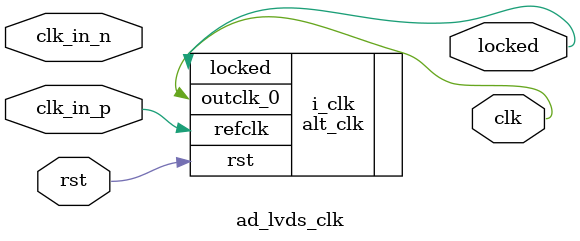
<source format=v>

`timescale 1ns/100ps

module ad_lvds_clk (

  rst,
  locked,

  clk_in_p,
  clk_in_n,
  clk);

  parameter   DEVICE_TYPE       = 0;

  input     rst;
  output    locked;

  input     clk_in_p;
  input     clk_in_n;
  output    clk;
  
  // instantiations

  alt_clk i_clk (
    .rst (rst),
    .refclk (clk_in_p),
    .outclk_0 (clk),
    .locked (locked));

endmodule

// ***************************************************************************
// ***************************************************************************

</source>
